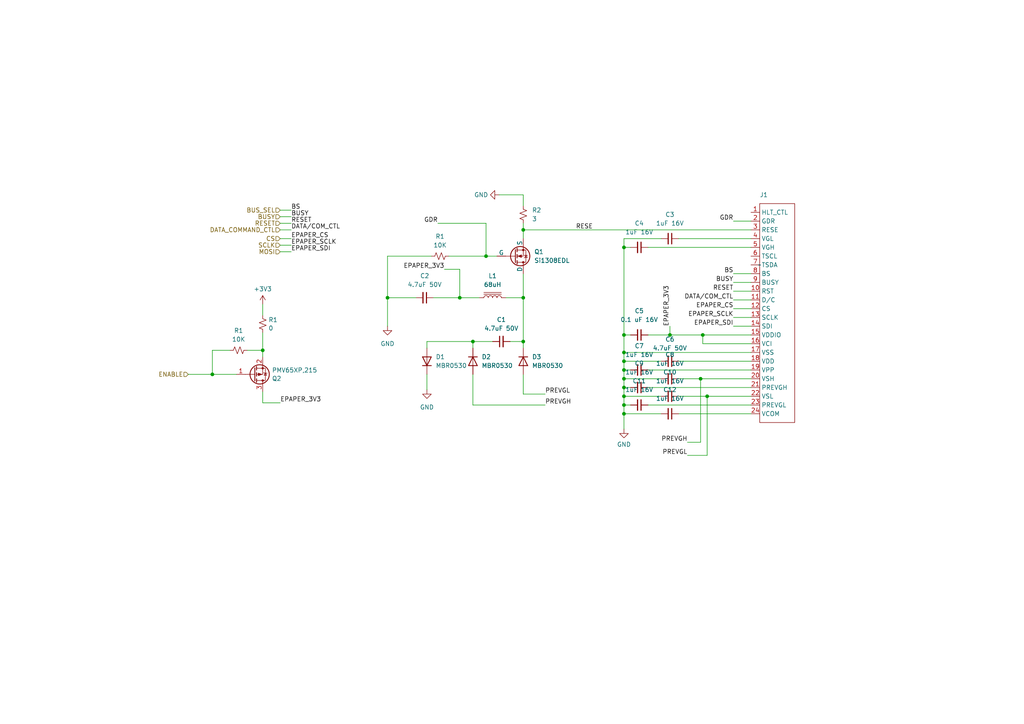
<source format=kicad_sch>
(kicad_sch (version 20230121) (generator eeschema)
  (paper "A4")
  (lib_symbols
    (symbol "Custom:F31L-1A7H1-11024"
      (property "Reference" "J" (at -3.81 33.02 0))
      (symbol "F31L-1A7H1-11024_0_1"
        (polyline (pts (xy -5.08 31.75) (xy -5.08 -31.75) (xy 5.08 -31.75) (xy 5.08 31.75) (xy -5.08 31.75)))
      )
      (symbol "F31L-1A7H1-11024_1_1"
        (pin input line (at -7.62 29.21 0) (length 2.54) (name "HLT_CTL") (number "1"))
        (pin input line (at -7.62 6.35 0) (length 2.54) (name "RST") (number "10"))
        (pin input line (at -7.62 3.81 0) (length 2.54) (name "D/C") (number "11"))
        (pin input line (at -7.62 1.27 0) (length 2.54) (name "CS") (number "12"))
        (pin input line (at -7.62 -1.27 0) (length 2.54) (name "SCLK") (number "13"))
        (pin input line (at -7.62 -3.81 0) (length 2.54) (name "SDI") (number "14"))
        (pin input line (at -7.62 -6.35 0) (length 2.54) (name "VDDIO") (number "15"))
        (pin input line (at -7.62 -8.89 0) (length 2.54) (name "VCI") (number "16"))
        (pin input line (at -7.62 -11.43 0) (length 2.54) (name "VSS") (number "17"))
        (pin input line (at -7.62 -13.97 0) (length 2.54) (name "VDD") (number "18"))
        (pin input line (at -7.62 -16.51 0) (length 2.54) (name "VPP") (number "19"))
        (pin input line (at -7.62 26.67 0) (length 2.54) (name "GDR") (number "2"))
        (pin input line (at -7.62 -19.05 0) (length 2.54) (name "VSH") (number "20"))
        (pin input line (at -7.62 -21.59 0) (length 2.54) (name "PREVGH") (number "21"))
        (pin input line (at -7.62 -24.13 0) (length 2.54) (name "VSL") (number "22"))
        (pin input line (at -7.62 -26.67 0) (length 2.54) (name "PREVGL") (number "23"))
        (pin input line (at -7.62 -29.21 0) (length 2.54) (name "VCOM") (number "24"))
        (pin input line (at -7.62 24.13 0) (length 2.54) (name "RESE") (number "3"))
        (pin input line (at -7.62 21.59 0) (length 2.54) (name "VGL") (number "4"))
        (pin input line (at -7.62 19.05 0) (length 2.54) (name "VGH") (number "5"))
        (pin input line (at -7.62 16.51 0) (length 2.54) (name "TSCL") (number "6"))
        (pin input line (at -7.62 13.97 0) (length 2.54) (name "TSDA") (number "7"))
        (pin input line (at -7.62 11.43 0) (length 2.54) (name "BS") (number "8"))
        (pin input line (at -7.62 8.89 0) (length 2.54) (name "BUSY") (number "9"))
      )
    )
    (symbol "Device:C_Small" (pin_numbers hide) (pin_names (offset 0.254) hide)
      (property "Reference" "C" (at 0.254 1.778 0))
      (property "Value" "C_Small" (at 0.254 -2.032 0))
      (symbol "C_Small_0_1"
        (polyline (pts (xy -1.524 -0.508) (xy 1.524 -0.508)) (stroke (width 0.3302)))
        (polyline (pts (xy -1.524 0.508) (xy 1.524 0.508)) (stroke (width 0.3048)))
      )
      (symbol "C_Small_1_1"
        (pin passive line (at 0 2.54 270) (length 2.032) (name "~") (number "1"))
        (pin passive line (at 0 -2.54 90) (length 2.032) (name "~") (number "2"))
      )
    )
    (symbol "Device:D" (pin_numbers hide) (pin_names (offset 1.016) hide)
      (property "Reference" "D" (at 0 2.54 0))
      (property "Value" "D" (at 0 -2.54 0))
      (symbol "D_0_1"
        (polyline (pts (xy -1.27 1.27) (xy -1.27 -1.27)) (stroke (width 0.254)))
        (polyline (pts (xy 1.27 0) (xy -1.27 0)))
        (polyline (pts (xy 1.27 1.27) (xy 1.27 -1.27) (xy -1.27 0) (xy 1.27 1.27)) (stroke (width 0.254)))
      )
      (symbol "D_1_1"
        (pin passive line (at -3.81 0 0) (length 2.54) (name "K") (number "1"))
        (pin passive line (at 3.81 0 180) (length 2.54) (name "A") (number "2"))
      )
    )
    (symbol "Device:L_Iron" (pin_numbers hide) (pin_names (offset 1.016) hide)
      (property "Reference" "L" (at -1.27 0 90))
      (property "Value" "L_Iron" (at 2.794 0 90))
      (symbol "L_Iron_0_1"
        (arc (start 0 -2.54) (mid 0.6323 -1.905) (end 0 -1.27))
        (arc (start 0 -1.27) (mid 0.6323 -0.635) (end 0 0))
        (polyline (pts (xy 1.016 2.54) (xy 1.016 -2.54)))
        (polyline (pts (xy 1.524 -2.54) (xy 1.524 2.54)))
        (arc (start 0 0) (mid 0.6323 0.635) (end 0 1.27))
        (arc (start 0 1.27) (mid 0.6323 1.905) (end 0 2.54))
      )
      (symbol "L_Iron_1_1"
        (pin passive line (at 0 3.81 270) (length 1.27) (name "1") (number "1"))
        (pin passive line (at 0 -3.81 90) (length 1.27) (name "2") (number "2"))
      )
    )
    (symbol "Device:Q_PMOS_GSD" (pin_names (offset 0) hide)
      (property "Reference" "Q" (at 5.08 1.27 0))
      (property "Value" "Q_PMOS_GSD" (at 5.08 -1.27 0))
      (symbol "Q_PMOS_GSD_0_1"
        (polyline (pts (xy 0.254 0) (xy -2.54 0)))
        (polyline (pts (xy 0.254 1.905) (xy 0.254 -1.905)) (stroke (width 0.254)))
        (polyline (pts (xy 0.762 -1.27) (xy 0.762 -2.286)) (stroke (width 0.254)))
        (polyline (pts (xy 0.762 0.508) (xy 0.762 -0.508)) (stroke (width 0.254)))
        (polyline (pts (xy 0.762 2.286) (xy 0.762 1.27)) (stroke (width 0.254)))
        (polyline (pts (xy 2.54 2.54) (xy 2.54 1.778)))
        (polyline (pts (xy 2.54 -2.54) (xy 2.54 0) (xy 0.762 0)))
        (polyline (pts (xy 0.762 1.778) (xy 3.302 1.778) (xy 3.302 -1.778) (xy 0.762 -1.778)))
        (polyline (pts (xy 2.286 0) (xy 1.27 0.381) (xy 1.27 -0.381) (xy 2.286 0)) (fill (type outline)))
        (polyline (pts (xy 2.794 -0.508) (xy 2.921 -0.381) (xy 3.683 -0.381) (xy 3.81 -0.254)))
        (polyline (pts (xy 3.302 -0.381) (xy 2.921 0.254) (xy 3.683 0.254) (xy 3.302 -0.381)))
        (circle (center 1.651 0) (radius 2.794) (stroke (width 0.254)))
        (circle (center 2.54 -1.778) (radius 0.254) (fill (type outline)))
        (circle (center 2.54 1.778) (radius 0.254) (fill (type outline)))
      )
      (symbol "Q_PMOS_GSD_1_1"
        (pin input line (at -5.08 0 0) (length 2.54) (name "G") (number "1"))
        (pin passive line (at 2.54 -5.08 90) (length 2.54) (name "S") (number "2"))
        (pin passive line (at 2.54 5.08 270) (length 2.54) (name "D") (number "3"))
      )
    )
    (symbol "Device:R_Small_US" (pin_numbers hide) (pin_names (offset 0.254) hide)
      (property "Reference" "R" (at 0.762 0.508 0))
      (property "Value" "R_Small_US" (at 0.762 -1.016 0))
      (symbol "R_Small_US_1_1"
        (polyline (pts (xy 0 0) (xy 1.016 -0.381) (xy 0 -0.762) (xy -1.016 -1.143) (xy 0 -1.524)))
        (polyline (pts (xy 0 1.524) (xy 1.016 1.143) (xy 0 0.762) (xy -1.016 0.381) (xy 0 0)))
        (pin passive line (at 0 2.54 270) (length 1.016) (name "~") (number "1"))
        (pin passive line (at 0 -2.54 90) (length 1.016) (name "~") (number "2"))
      )
    )
    (symbol "Simulation_SPICE:NMOS" (pin_numbers hide) (pin_names (offset 0))
      (property "Reference" "Q" (at 5.08 1.27 0))
      (property "Value" "NMOS" (at 5.08 -1.27 0))
      (symbol "NMOS_0_1"
        (polyline (pts (xy 0.254 0) (xy -2.54 0)))
        (polyline (pts (xy 0.254 1.905) (xy 0.254 -1.905)) (stroke (width 0.254)))
        (polyline (pts (xy 0.762 -1.27) (xy 0.762 -2.286)) (stroke (width 0.254)))
        (polyline (pts (xy 0.762 0.508) (xy 0.762 -0.508)) (stroke (width 0.254)))
        (polyline (pts (xy 0.762 2.286) (xy 0.762 1.27)) (stroke (width 0.254)))
        (polyline (pts (xy 2.54 2.54) (xy 2.54 1.778)))
        (polyline (pts (xy 2.54 -2.54) (xy 2.54 0) (xy 0.762 0)))
        (polyline (pts (xy 0.762 -1.778) (xy 3.302 -1.778) (xy 3.302 1.778) (xy 0.762 1.778)))
        (polyline (pts (xy 1.016 0) (xy 2.032 0.381) (xy 2.032 -0.381) (xy 1.016 0)) (fill (type outline)))
        (polyline (pts (xy 2.794 0.508) (xy 2.921 0.381) (xy 3.683 0.381) (xy 3.81 0.254)))
        (polyline (pts (xy 3.302 0.381) (xy 2.921 -0.254) (xy 3.683 -0.254) (xy 3.302 0.381)))
        (circle (center 1.651 0) (radius 2.794) (stroke (width 0.254)))
        (circle (center 2.54 -1.778) (radius 0.254) (fill (type outline)))
        (circle (center 2.54 1.778) (radius 0.254) (fill (type outline)))
      )
      (symbol "NMOS_1_1"
        (pin passive line (at 2.54 5.08 270) (length 2.54) (name "D") (number "1"))
        (pin input line (at -5.08 0 0) (length 2.54) (name "G") (number "2"))
        (pin passive line (at 2.54 -5.08 90) (length 2.54) (name "S") (number "3"))
      )
    )
    (symbol "power:+3V3" (power) (pin_names (offset 0))
      (property "Value" "+3V3" (at 0 3.556 0))
      (symbol "+3V3_0_1"
        (polyline (pts (xy -0.762 1.27) (xy 0 2.54)))
        (polyline (pts (xy 0 0) (xy 0 2.54)))
        (polyline (pts (xy 0 2.54) (xy 0.762 1.27)))
      )
      (symbol "+3V3_1_1"
        (pin power_in line (at 0 0 90) (length 0) hide (name "+3V3") (number "1"))
      )
    )
    (symbol "power:GND" (power) (pin_names (offset 0))
      (property "Value" "GND" (at 0 -3.81 0))
      (symbol "GND_0_1"
        (polyline (pts (xy 0 0) (xy 0 -1.27) (xy 1.27 -1.27) (xy 0 -2.54) (xy -1.27 -1.27) (xy 0 -1.27)))
      )
      (symbol "GND_1_1"
        (pin power_in line (at 0 0 270) (length 0) hide (name "GND") (number "1"))
      )
    )
  )
  (junction (at 205.105 114.935))
  (junction (at 194.31 97.155))
  (junction (at 137.16 99.06))
  (junction (at 180.975 109.855))
  (junction (at 151.765 66.675))
  (junction (at 180.975 104.775))
  (junction (at 180.975 71.755))
  (junction (at 203.835 97.155))
  (junction (at 151.765 86.36))
  (junction (at 151.765 99.06))
  (junction (at 203.2 109.855))
  (junction (at 180.975 114.935))
  (junction (at 112.395 86.36))
  (junction (at 180.975 107.315))
  (junction (at 180.975 112.395))
  (junction (at 76.2 101.6))
  (junction (at 133.35 86.36))
  (junction (at 140.97 74.295))
  (junction (at 180.975 120.015))
  (junction (at 180.975 97.155))
  (junction (at 180.975 102.235))
  (junction (at 61.595 108.585))
  (junction (at 180.975 117.475))
  (wire (pts (xy 212.725 92.075) (xy 217.805 92.075)))
  (wire (pts (xy 137.16 117.475) (xy 137.16 108.585)))
  (wire (pts (xy 212.725 89.535) (xy 217.805 89.535)))
  (wire (pts (xy 180.975 109.855) (xy 180.975 112.395)))
  (wire (pts (xy 203.835 99.695) (xy 203.835 97.155)))
  (wire (pts (xy 212.725 64.135) (xy 217.805 64.135)))
  (wire (pts (xy 187.96 117.475) (xy 217.805 117.475)))
  (wire (pts (xy 76.2 116.84) (xy 81.28 116.84)))
  (wire (pts (xy 112.395 74.295) (xy 112.395 86.36)))
  (wire (pts (xy 180.975 97.155) (xy 180.975 71.755)))
  (wire (pts (xy 81.28 60.96) (xy 84.455 60.96)))
  (wire (pts (xy 212.725 81.915) (xy 217.805 81.915)))
  (wire (pts (xy 196.85 114.935) (xy 205.105 114.935)))
  (wire (pts (xy 133.35 78.105) (xy 133.35 86.36)))
  (wire (pts (xy 205.105 132.08) (xy 199.39 132.08)))
  (wire (pts (xy 180.975 114.935) (xy 180.975 117.475)))
  (wire (pts (xy 71.755 101.6) (xy 76.2 101.6)))
  (wire (pts (xy 180.975 107.315) (xy 182.88 107.315)))
  (wire (pts (xy 128.905 78.105) (xy 133.35 78.105)))
  (wire (pts (xy 203.2 128.27) (xy 203.2 109.855)))
  (wire (pts (xy 123.825 99.06) (xy 123.825 100.965)))
  (wire (pts (xy 180.975 97.155) (xy 180.975 102.235)))
  (wire (pts (xy 66.675 101.6) (xy 61.595 101.6)))
  (wire (pts (xy 61.595 101.6) (xy 61.595 108.585)))
  (wire (pts (xy 191.77 120.015) (xy 180.975 120.015)))
  (wire (pts (xy 123.825 108.585) (xy 123.825 113.03)))
  (wire (pts (xy 120.65 86.36) (xy 112.395 86.36)))
  (wire (pts (xy 133.35 86.36) (xy 139.065 86.36)))
  (wire (pts (xy 217.805 99.695) (xy 203.835 99.695)))
  (wire (pts (xy 180.975 102.235) (xy 217.805 102.235)))
  (wire (pts (xy 212.725 94.615) (xy 217.805 94.615)))
  (wire (pts (xy 194.31 97.155) (xy 203.835 97.155)))
  (wire (pts (xy 180.975 109.855) (xy 191.77 109.855)))
  (wire (pts (xy 76.2 96.52) (xy 76.2 101.6)))
  (wire (pts (xy 146.685 86.36) (xy 151.765 86.36)))
  (wire (pts (xy 61.595 108.585) (xy 68.58 108.585)))
  (wire (pts (xy 137.16 99.06) (xy 123.825 99.06)))
  (wire (pts (xy 144.78 56.515) (xy 151.765 56.515)))
  (wire (pts (xy 125.095 74.295) (xy 112.395 74.295)))
  (wire (pts (xy 81.28 64.77) (xy 84.455 64.77)))
  (wire (pts (xy 203.835 97.155) (xy 217.805 97.155)))
  (wire (pts (xy 180.975 117.475) (xy 180.975 120.015)))
  (wire (pts (xy 196.85 69.215) (xy 217.805 69.215)))
  (wire (pts (xy 81.28 62.865) (xy 84.455 62.865)))
  (wire (pts (xy 151.765 86.36) (xy 151.765 99.06)))
  (wire (pts (xy 81.28 73.025) (xy 84.455 73.025)))
  (wire (pts (xy 180.975 112.395) (xy 180.975 114.935)))
  (wire (pts (xy 151.765 56.515) (xy 151.765 59.69)))
  (wire (pts (xy 54.61 108.585) (xy 61.595 108.585)))
  (wire (pts (xy 180.975 102.235) (xy 180.975 104.775)))
  (wire (pts (xy 81.28 71.12) (xy 84.455 71.12)))
  (wire (pts (xy 81.28 69.215) (xy 84.455 69.215)))
  (wire (pts (xy 180.975 71.755) (xy 182.88 71.755)))
  (wire (pts (xy 212.725 84.455) (xy 217.805 84.455)))
  (wire (pts (xy 151.765 100.965) (xy 151.765 99.06)))
  (wire (pts (xy 180.975 107.315) (xy 180.975 109.855)))
  (wire (pts (xy 180.975 104.775) (xy 180.975 107.315)))
  (wire (pts (xy 187.96 97.155) (xy 194.31 97.155)))
  (wire (pts (xy 205.105 114.935) (xy 217.805 114.935)))
  (wire (pts (xy 205.105 114.935) (xy 205.105 132.08)))
  (wire (pts (xy 187.96 107.315) (xy 217.805 107.315)))
  (wire (pts (xy 130.175 74.295) (xy 140.97 74.295)))
  (wire (pts (xy 180.975 120.015) (xy 180.975 124.46)))
  (wire (pts (xy 76.2 88.265) (xy 76.2 91.44)))
  (wire (pts (xy 125.73 86.36) (xy 133.35 86.36)))
  (wire (pts (xy 158.115 117.475) (xy 137.16 117.475)))
  (wire (pts (xy 151.765 66.675) (xy 151.765 69.215)))
  (wire (pts (xy 180.975 69.215) (xy 191.77 69.215)))
  (wire (pts (xy 112.395 86.36) (xy 112.395 94.615)))
  (wire (pts (xy 180.975 104.775) (xy 191.77 104.775)))
  (wire (pts (xy 76.2 101.6) (xy 76.2 103.505)))
  (wire (pts (xy 196.85 120.015) (xy 217.805 120.015)))
  (wire (pts (xy 199.39 128.27) (xy 203.2 128.27)))
  (wire (pts (xy 182.88 97.155) (xy 180.975 97.155)))
  (wire (pts (xy 180.975 117.475) (xy 182.88 117.475)))
  (wire (pts (xy 151.765 99.06) (xy 147.955 99.06)))
  (wire (pts (xy 137.16 99.06) (xy 137.16 100.965)))
  (wire (pts (xy 194.31 94.615) (xy 194.31 97.155)))
  (wire (pts (xy 187.96 71.755) (xy 217.805 71.755)))
  (wire (pts (xy 203.2 109.855) (xy 217.805 109.855)))
  (wire (pts (xy 180.975 114.935) (xy 191.77 114.935)))
  (wire (pts (xy 76.2 113.665) (xy 76.2 116.84)))
  (wire (pts (xy 151.765 64.77) (xy 151.765 66.675)))
  (wire (pts (xy 151.765 79.375) (xy 151.765 86.36)))
  (wire (pts (xy 140.97 74.295) (xy 144.145 74.295)))
  (wire (pts (xy 187.96 112.395) (xy 217.805 112.395)))
  (wire (pts (xy 212.725 86.995) (xy 217.805 86.995)))
  (wire (pts (xy 81.28 66.675) (xy 84.455 66.675)))
  (wire (pts (xy 127 64.77) (xy 140.97 64.77)))
  (wire (pts (xy 196.85 104.775) (xy 217.805 104.775)))
  (wire (pts (xy 151.765 108.585) (xy 151.765 114.3)))
  (wire (pts (xy 140.97 64.77) (xy 140.97 74.295)))
  (wire (pts (xy 212.725 79.375) (xy 217.805 79.375)))
  (wire (pts (xy 180.975 112.395) (xy 182.88 112.395)))
  (wire (pts (xy 151.765 114.3) (xy 158.115 114.3)))
  (wire (pts (xy 151.765 66.675) (xy 217.805 66.675)))
  (wire (pts (xy 196.85 109.855) (xy 203.2 109.855)))
  (wire (pts (xy 180.975 71.755) (xy 180.975 69.215)))
  (wire (pts (xy 142.875 99.06) (xy 137.16 99.06)))
  (label "BS" (at 212.725 79.375 180))
  (label "BUSY" (at 84.455 62.865 0))
  (label "EPAPER_SDI" (at 212.725 94.615 180))
  (label "EPAPER_3V3" (at 194.31 94.615 90))
  (label "PREVGH" (at 158.115 117.475 0))
  (label "EPAPER_SDI" (at 84.455 73.025 0))
  (label "PREVGL" (at 158.115 114.3 0))
  (label "EPAPER_SCLK" (at 84.455 71.12 0))
  (label "EPAPER_3V3" (at 128.905 78.105 180))
  (label "PREVGH" (at 199.39 128.27 180))
  (label "EPAPER_CS" (at 212.725 89.535 180))
  (label "EPAPER_3V3" (at 81.28 116.84 0))
  (label "BS" (at 84.455 60.96 0))
  (label "EPAPER_CS" (at 84.455 69.215 0))
  (label "RESET" (at 212.725 84.455 180))
  (label "GDR" (at 212.725 64.135 180))
  (label "EPAPER_SCLK" (at 212.725 92.075 180))
  (label "BUSY" (at 212.725 81.915 180))
  (label "RESET" (at 84.455 64.77 0))
  (label "RESE" (at 167.005 66.675 0))
  (label "DATA{slash}COM_CTL" (at 212.725 86.995 180))
  (label "GDR" (at 127 64.77 180))
  (label "DATA{slash}COM_CTL" (at 84.455 66.675 0))
  (label "PREVGL" (at 199.39 132.08 180))
  (hierarchical_label "ENABLE" (shape input) (at 54.61 108.585 180))
  (hierarchical_label "BUS_SEL" (shape input) (at 81.28 60.96 180))
  (hierarchical_label "RESET" (shape input) (at 81.28 64.77 180))
  (hierarchical_label "CS" (shape input) (at 81.28 69.215 180))
  (hierarchical_label "DATA_COMMAND_CTL" (shape input) (at 81.28 66.675 180))
  (hierarchical_label "MOSI" (shape input) (at 81.28 73.025 180))
  (hierarchical_label "SCLK" (shape input) (at 81.28 71.12 180))
  (hierarchical_label "BUSY" (shape input) (at 81.28 62.865 180))
  (symbol (lib_id "Device:C_Small") (at 194.31 120.015 270) (unit 1)
    (property "Reference" "C12" (at 194.3036 113.03 90))
    (property "Value" "1uF 16V" (at 194.3036 115.57 90))
  )
  (symbol (lib_id "Custom:F31L-1A7H1-11024") (at 225.425 90.805 0) (unit 1)
    (property "Reference" "J1" (at 220.345 56.515 0) (effects (justify left)))
    (property "Value" "~" (at 220.345 76.835 0))
    (property "Footprint" "Custom:F31L-1A7H1-11024" (effects hide))
  )
  (symbol (lib_id "Device:D") (at 151.765 104.775 270) (unit 1)
    (property "Reference" "D3" (at 154.305 103.505 90) (effects (justify left)))
    (property "Value" "MBR0530" (at 154.305 106.045 90) (effects (justify left)))
    (property "Sim.Device" "D" (effects hide))
    (property "Sim.Pins" "1=K 2=A" (effects hide))
  )
  (symbol (lib_id "Device:C_Small") (at 185.42 112.395 270) (unit 1)
    (property "Reference" "C9" (at 185.4136 105.41 90))
    (property "Value" "1uF 16V" (at 185.4136 107.95 90))
    (instances (project "epaper-hum-display" (path "" (reference "C9") (unit 1)) (path "" (reference "C6") (unit 1))))
  )
  (symbol (lib_id "Device:R_Small_US") (at 69.215 101.6 90) (unit 1)
    (property "Reference" "R1" (at 69.215 95.885 90))
    (property "Value" "10K" (at 69.215 98.425 90))
    (instances (project "epaper-hum-display" (path "" (reference "R1") (unit 1)) (path "" (reference "R3") (unit 1))))
  )
  (symbol (lib_id "Device:D") (at 123.825 104.775 90) (unit 1)
    (property "Reference" "D1" (at 126.365 103.505 90) (effects (justify right)))
    (property "Value" "MBR0530" (at 126.365 106.045 90) (effects (justify right)))
    (property "Sim.Device" "D" (effects hide))
    (property "Sim.Pins" "1=K 2=A" (effects hide))
  )
  (symbol (lib_id "power:GND") (at 112.395 94.615 0) (unit 1)
    (property "Reference" "#PWR02" (effects hide))
    (property "Value" "GND" (at 112.395 99.695 0))
    (instances (project "epaper-hum-display" (path "" (reference "#PWR02") (unit 1)) (path "" (reference "#PWR01") (unit 1))))
  )
  (symbol (lib_id "Device:C_Small") (at 145.415 99.06 90) (unit 1)
    (property "Reference" "C1" (at 145.4213 92.71 90))
    (property "Value" "4.7uF 50V" (at 145.4213 95.25 90))
    (instances (project "epaper-hum-display" (path "" (reference "C1") (unit 1)) (path "" (reference "C2") (unit 1))))
  )
  (symbol (lib_id "Device:C_Small") (at 194.31 104.775 270) (unit 1)
    (property "Reference" "C6" (at 194.3036 98.425 90))
    (property "Value" "4.7uF 50V" (at 194.3036 100.965 90))
    (instances (project "epaper-hum-display" (path "" (reference "C6") (unit 1)) (path "" (reference "C9") (unit 1))))
  )
  (symbol (lib_id "Device:C_Small") (at 185.42 107.315 270) (unit 1)
    (property "Reference" "C7" (at 185.4136 100.33 90))
    (property "Value" "1uF 16V" (at 185.4136 102.87 90))
    (instances (project "epaper-hum-display" (path "" (reference "C7") (unit 1)) (path "" (reference "C5") (unit 1))))
  )
  (symbol (lib_id "Device:C_Small") (at 185.42 71.755 270) (unit 1)
    (property "Reference" "C4" (at 185.4136 64.77 90))
    (property "Value" "1uF 16V" (at 185.4136 67.31 90))
    (instances (project "epaper-hum-display" (path "" (reference "C4") (unit 1)) (path "" (reference "C3") (unit 1))))
  )
  (symbol (lib_id "Device:D") (at 137.16 104.775 270) (unit 1)
    (property "Reference" "D2" (at 139.7 103.505 90) (effects (justify left)))
    (property "Value" "MBR0530" (at 139.7 106.045 90) (effects (justify left)))
    (property "Sim.Device" "D" (effects hide))
    (property "Sim.Pins" "1=K 2=A" (effects hide))
  )
  (symbol (lib_id "Device:L_Iron") (at 142.875 86.36 90) (unit 1)
    (property "Reference" "L1" (at 142.875 80.01 90))
    (property "Value" "68uH" (at 142.875 82.55 90))
  )
  (symbol (lib_id "Device:C_Small") (at 194.31 109.855 270) (unit 1)
    (property "Reference" "C8" (at 194.3036 102.87 90))
    (property "Value" "1uF 16V" (at 194.3036 105.41 90))
    (instances (project "epaper-hum-display" (path "" (reference "C8") (unit 1)) (path "" (reference "C10") (unit 1))))
  )
  (symbol (lib_id "Device:C_Small") (at 185.42 117.475 270) (unit 1)
    (property "Reference" "C11" (at 185.4136 110.49 90))
    (property "Value" "1uF 16V" (at 185.4136 113.03 90))
    (instances (project "epaper-hum-display" (path "" (reference "C11") (unit 1)) (path "" (reference "C7") (unit 1))))
  )
  (symbol (lib_id "Device:C_Small") (at 194.31 114.935 270) (unit 1)
    (property "Reference" "C10" (at 194.3036 107.95 90))
    (property "Value" "1uF 16V" (at 194.3036 110.49 90))
    (instances (project "epaper-hum-display" (path "" (reference "C10") (unit 1)) (path "" (reference "C11") (unit 1))))
  )
  (symbol (lib_id "power:+3V3") (at 76.2 88.265 0) (unit 1)
    (property "Reference" "#PWR05" (effects hide))
    (property "Value" "+3V3" (at 76.2 83.82 0))
    (instances (project "epaper-hum-display" (path "" (reference "#PWR05") (unit 1)) (path "" (reference "#PWR07") (unit 1))))
  )
  (symbol (lib_id "power:GND") (at 123.825 113.03 0) (unit 1)
    (property "Reference" "#PWR01" (effects hide))
    (property "Value" "GND" (at 123.825 118.11 0))
    (instances (project "epaper-hum-display" (path "" (reference "#PWR01") (unit 1)) (path "" (reference "#PWR02") (unit 1))))
  )
  (symbol (lib_id "Simulation_SPICE:NMOS") (at 149.225 74.295 0) (mirror x) (unit 1)
    (property "Reference" "Q1" (at 154.94 73.025 0) (effects (justify left)))
    (property "Value" "Si1308EDL" (at 154.94 75.565 0) (effects (justify left)))
    (property "Datasheet" "https://ngspice.sourceforge.io/docs/ngspice-manual.pdf" (effects hide))
    (property "Sim.Device" "NMOS" (effects hide))
    (property "Sim.Type" "VDMOS" (effects hide))
    (property "Sim.Pins" "1=D 2=G 3=S" (effects hide))
  )
  (symbol (lib_id "Device:C_Small") (at 185.42 97.155 270) (unit 1)
    (property "Reference" "C5" (at 185.4136 90.17 90))
    (property "Value" "0.1 uF 16V" (at 185.4136 92.71 90))
    (instances (project "epaper-hum-display" (path "" (reference "C5") (unit 1)) (path "" (reference "C4") (unit 1))))
  )
  (symbol (lib_id "Device:R_Small_US") (at 76.2 93.98 180) (unit 1)
    (property "Reference" "R1" (at 77.851 92.7679 0) (effects (justify right)))
    (property "Value" "0" (at 77.851 95.1921 0) (effects (justify right)))
    (instances (project "epaper-hum-display" (path "" (reference "R1") (unit 1)) (path "" (reference "R28") (unit 1))))
  )
  (symbol (lib_id "Device:C_Small") (at 123.19 86.36 270) (unit 1)
    (property "Reference" "C2" (at 123.1836 80.01 90))
    (property "Value" "4.7uF 50V" (at 123.1836 82.55 90))
    (instances (project "epaper-hum-display" (path "" (reference "C2") (unit 1)) (path "" (reference "C1") (unit 1))))
  )
  (symbol (lib_id "power:GND") (at 180.975 124.46 0) (unit 1)
    (property "Reference" "#PWR06" (effects hide))
    (property "Value" "GND" (at 180.975 128.905 0))
    (instances (project "epaper-hum-display" (path "" (reference "#PWR06") (unit 1)) (path "" (reference "#PWR05") (unit 1))))
  )
  (symbol (lib_id "Device:R_Small_US") (at 127.635 74.295 90) (unit 1)
    (property "Reference" "R1" (at 127.635 68.58 90))
    (property "Value" "10K" (at 127.635 71.12 90))
  )
  (symbol (lib_id "Device:C_Small") (at 194.31 69.215 270) (unit 1)
    (property "Reference" "C3" (at 194.3036 62.23 90))
    (property "Value" "1uF 16V" (at 194.3036 64.77 90))
    (instances (project "epaper-hum-display" (path "" (reference "C3") (unit 1)) (path "" (reference "C8") (unit 1))))
  )
  (symbol (lib_id "Device:R_Small_US") (at 151.765 62.23 180) (unit 1)
    (property "Reference" "R2" (at 154.305 60.96 0) (effects (justify right)))
    (property "Value" "3" (at 154.305 63.5 0) (effects (justify right)))
  )
  (symbol (lib_id "power:GND") (at 144.78 56.515 270) (unit 1)
    (property "Reference" "#PWR03" (effects hide))
    (property "Value" "GND" (at 141.605 56.515 90) (effects (justify right)))
    (instances (project "epaper-hum-display" (path "" (reference "#PWR03") (unit 1)) (path "" (reference "#PWR04") (unit 1))))
  )
  (symbol (lib_id "Device:Q_PMOS_GSD") (at 73.66 108.585 0) (mirror x) (unit 1)
    (property "Reference" "Q2" (at 78.867 109.7971 0) (effects (justify left)))
    (property "Value" "PMV65XP,215" (at 78.867 107.3729 0) (effects (justify left)))
  )
)
</source>
